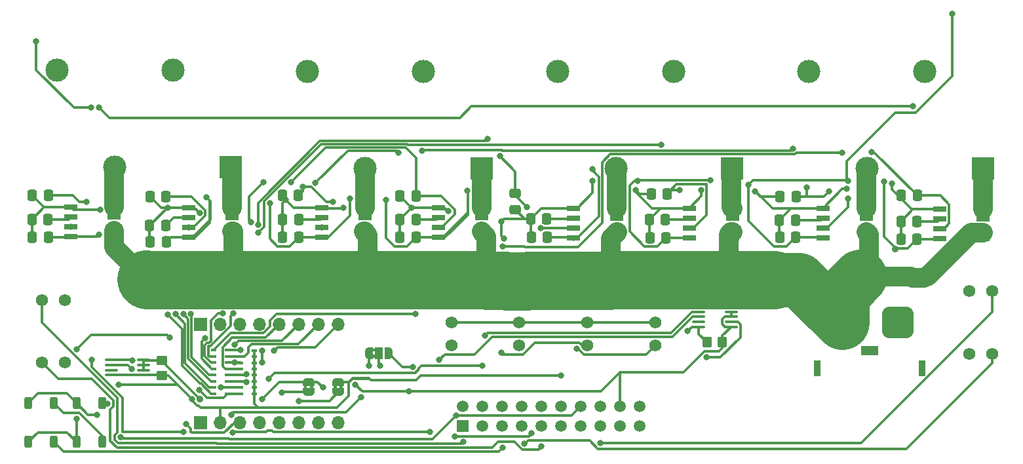
<source format=gbr>
%TF.GenerationSoftware,KiCad,Pcbnew,8.0.3*%
%TF.CreationDate,2025-06-04T03:37:05-07:00*%
%TF.ProjectId,Power_Distribution,506f7765-725f-4446-9973-747269627574,rev?*%
%TF.SameCoordinates,Original*%
%TF.FileFunction,Copper,L1,Top*%
%TF.FilePolarity,Positive*%
%FSLAX46Y46*%
G04 Gerber Fmt 4.6, Leading zero omitted, Abs format (unit mm)*
G04 Created by KiCad (PCBNEW 8.0.3) date 2025-06-04 03:37:05*
%MOMM*%
%LPD*%
G01*
G04 APERTURE LIST*
G04 Aperture macros list*
%AMRoundRect*
0 Rectangle with rounded corners*
0 $1 Rounding radius*
0 $2 $3 $4 $5 $6 $7 $8 $9 X,Y pos of 4 corners*
0 Add a 4 corners polygon primitive as box body*
4,1,4,$2,$3,$4,$5,$6,$7,$8,$9,$2,$3,0*
0 Add four circle primitives for the rounded corners*
1,1,$1+$1,$2,$3*
1,1,$1+$1,$4,$5*
1,1,$1+$1,$6,$7*
1,1,$1+$1,$8,$9*
0 Add four rect primitives between the rounded corners*
20,1,$1+$1,$2,$3,$4,$5,0*
20,1,$1+$1,$4,$5,$6,$7,0*
20,1,$1+$1,$6,$7,$8,$9,0*
20,1,$1+$1,$8,$9,$2,$3,0*%
%AMFreePoly0*
4,1,19,0.500000,-0.750000,0.000000,-0.750000,0.000000,-0.744911,-0.071157,-0.744911,-0.207708,-0.704816,-0.327430,-0.627875,-0.420627,-0.520320,-0.479746,-0.390866,-0.500000,-0.250000,-0.500000,0.250000,-0.479746,0.390866,-0.420627,0.520320,-0.327430,0.627875,-0.207708,0.704816,-0.071157,0.744911,0.000000,0.744911,0.000000,0.750000,0.500000,0.750000,0.500000,-0.750000,0.500000,-0.750000,
$1*%
%AMFreePoly1*
4,1,19,0.000000,0.744911,0.071157,0.744911,0.207708,0.704816,0.327430,0.627875,0.420627,0.520320,0.479746,0.390866,0.500000,0.250000,0.500000,-0.250000,0.479746,-0.390866,0.420627,-0.520320,0.327430,-0.627875,0.207708,-0.704816,0.071157,-0.744911,0.000000,-0.744911,0.000000,-0.750000,-0.500000,-0.750000,-0.500000,0.750000,0.000000,0.750000,0.000000,0.744911,0.000000,0.744911,
$1*%
%AMFreePoly2*
4,1,19,0.550000,-0.750000,0.000000,-0.750000,0.000000,-0.744911,-0.071157,-0.744911,-0.207708,-0.704816,-0.327430,-0.627875,-0.420627,-0.520320,-0.479746,-0.390866,-0.500000,-0.250000,-0.500000,0.250000,-0.479746,0.390866,-0.420627,0.520320,-0.327430,0.627875,-0.207708,0.704816,-0.071157,0.744911,0.000000,0.744911,0.000000,0.750000,0.550000,0.750000,0.550000,-0.750000,0.550000,-0.750000,
$1*%
%AMFreePoly3*
4,1,19,0.000000,0.744911,0.071157,0.744911,0.207708,0.704816,0.327430,0.627875,0.420627,0.520320,0.479746,0.390866,0.500000,0.250000,0.500000,-0.250000,0.479746,-0.390866,0.420627,-0.520320,0.327430,-0.627875,0.207708,-0.704816,0.071157,-0.744911,0.000000,-0.744911,0.000000,-0.750000,-0.550000,-0.750000,-0.550000,0.750000,0.000000,0.750000,0.000000,0.744911,0.000000,0.744911,
$1*%
G04 Aperture macros list end*
%TA.AperFunction,EtchedComponent*%
%ADD10C,0.000000*%
%TD*%
%TA.AperFunction,SMDPad,CuDef*%
%ADD11R,1.750000X0.650000*%
%TD*%
%TA.AperFunction,SMDPad,CuDef*%
%ADD12RoundRect,0.250000X0.337500X0.475000X-0.337500X0.475000X-0.337500X-0.475000X0.337500X-0.475000X0*%
%TD*%
%TA.AperFunction,SMDPad,CuDef*%
%ADD13RoundRect,0.250000X-0.450000X0.350000X-0.450000X-0.350000X0.450000X-0.350000X0.450000X0.350000X0*%
%TD*%
%TA.AperFunction,SMDPad,CuDef*%
%ADD14FreePoly0,90.000000*%
%TD*%
%TA.AperFunction,SMDPad,CuDef*%
%ADD15FreePoly1,90.000000*%
%TD*%
%TA.AperFunction,ComponentPad*%
%ADD16R,0.900000X2.000000*%
%TD*%
%TA.AperFunction,ComponentPad*%
%ADD17RoundRect,1.025000X1.025000X1.025000X-1.025000X1.025000X-1.025000X-1.025000X1.025000X-1.025000X0*%
%TD*%
%TA.AperFunction,ComponentPad*%
%ADD18C,4.100000*%
%TD*%
%TA.AperFunction,ComponentPad*%
%ADD19R,2.300000X1.300000*%
%TD*%
%TA.AperFunction,SMDPad,CuDef*%
%ADD20RoundRect,0.100000X-0.712500X-0.100000X0.712500X-0.100000X0.712500X0.100000X-0.712500X0.100000X0*%
%TD*%
%TA.AperFunction,ComponentPad*%
%ADD21R,3.000000X3.000000*%
%TD*%
%TA.AperFunction,ComponentPad*%
%ADD22C,3.000000*%
%TD*%
%TA.AperFunction,ComponentPad*%
%ADD23R,1.508000X1.508000*%
%TD*%
%TA.AperFunction,ComponentPad*%
%ADD24C,1.508000*%
%TD*%
%TA.AperFunction,SMDPad,CuDef*%
%ADD25RoundRect,0.250000X-0.475000X0.337500X-0.475000X-0.337500X0.475000X-0.337500X0.475000X0.337500X0*%
%TD*%
%TA.AperFunction,ComponentPad*%
%ADD26C,1.574800*%
%TD*%
%TA.AperFunction,SMDPad,CuDef*%
%ADD27RoundRect,0.250000X0.250000X-0.550000X0.250000X0.550000X-0.250000X0.550000X-0.250000X-0.550000X0*%
%TD*%
%TA.AperFunction,SMDPad,CuDef*%
%ADD28R,0.711200X0.457200*%
%TD*%
%TA.AperFunction,ComponentPad*%
%ADD29R,1.700000X1.700000*%
%TD*%
%TA.AperFunction,ComponentPad*%
%ADD30O,1.700000X1.700000*%
%TD*%
%TA.AperFunction,SMDPad,CuDef*%
%ADD31RoundRect,0.250000X0.350000X0.450000X-0.350000X0.450000X-0.350000X-0.450000X0.350000X-0.450000X0*%
%TD*%
%TA.AperFunction,SMDPad,CuDef*%
%ADD32FreePoly2,0.000000*%
%TD*%
%TA.AperFunction,SMDPad,CuDef*%
%ADD33R,1.000000X1.500000*%
%TD*%
%TA.AperFunction,SMDPad,CuDef*%
%ADD34FreePoly3,0.000000*%
%TD*%
%TA.AperFunction,ViaPad*%
%ADD35C,0.800000*%
%TD*%
%TA.AperFunction,ViaPad*%
%ADD36C,0.900000*%
%TD*%
%TA.AperFunction,Conductor*%
%ADD37C,0.304800*%
%TD*%
%TA.AperFunction,Conductor*%
%ADD38C,2.500000*%
%TD*%
%TA.AperFunction,Conductor*%
%ADD39C,7.500000*%
%TD*%
%TA.AperFunction,Conductor*%
%ADD40C,7.000000*%
%TD*%
G04 APERTURE END LIST*
D10*
%TA.AperFunction,EtchedComponent*%
%TO.C,JP2*%
G36*
X122890000Y-104020000D02*
G01*
X122490000Y-104020000D01*
X122490000Y-103520000D01*
X122890000Y-103520000D01*
X122890000Y-104020000D01*
G37*
%TD.AperFunction*%
%TA.AperFunction,EtchedComponent*%
G36*
X123690000Y-104020000D02*
G01*
X123290000Y-104020000D01*
X123290000Y-103520000D01*
X123690000Y-103520000D01*
X123690000Y-104020000D01*
G37*
%TD.AperFunction*%
%TA.AperFunction,EtchedComponent*%
%TO.C,JP1*%
G36*
X119060000Y-104000000D02*
G01*
X118660000Y-104000000D01*
X118660000Y-103500000D01*
X119060000Y-103500000D01*
X119060000Y-104000000D01*
G37*
%TD.AperFunction*%
%TA.AperFunction,EtchedComponent*%
G36*
X119860000Y-104000000D02*
G01*
X119460000Y-104000000D01*
X119460000Y-103500000D01*
X119860000Y-103500000D01*
X119860000Y-104000000D01*
G37*
%TD.AperFunction*%
%TA.AperFunction,EtchedComponent*%
%TO.C,JP3*%
G36*
X127950000Y-99180000D02*
G01*
X127450000Y-99180000D01*
X127450000Y-98780000D01*
X127950000Y-98780000D01*
X127950000Y-99180000D01*
G37*
%TD.AperFunction*%
%TA.AperFunction,EtchedComponent*%
G36*
X127950000Y-99980000D02*
G01*
X127450000Y-99980000D01*
X127450000Y-99580000D01*
X127950000Y-99580000D01*
X127950000Y-99980000D01*
G37*
%TD.AperFunction*%
%TD*%
D11*
%TO.P,IC5,1,IP+_1*%
%TO.N,+BATT*%
X141669200Y-84429600D03*
%TO.P,IC5,2,IP+_2*%
X141669200Y-83159600D03*
%TO.P,IC5,3,IP-_1*%
%TO.N,PWR5*%
X141669200Y-81889600D03*
%TO.P,IC5,4,IP-_2*%
X141669200Y-80619600D03*
%TO.P,IC5,5,GND*%
%TO.N,GND*%
X136069200Y-80619600D03*
%TO.P,IC5,6,FILTER*%
%TO.N,Net-(IC5-FILTER)*%
X136069200Y-81889600D03*
%TO.P,IC5,7,VIOUT*%
%TO.N,VIout5*%
X136069200Y-83159600D03*
%TO.P,IC5,8,VCC*%
%TO.N,5V*%
X136069200Y-84429600D03*
%TD*%
D12*
%TO.P,Cf1,1*%
%TO.N,Net-(IC1-FILTER)*%
X197887500Y-82346800D03*
%TO.P,Cf1,2*%
%TO.N,GND*%
X195812500Y-82346800D03*
%TD*%
D11*
%TO.P,IC7,1,IP+_1*%
%TO.N,+BATT*%
X109372400Y-84378800D03*
%TO.P,IC7,2,IP+_2*%
X109372400Y-83108800D03*
%TO.P,IC7,3,IP-_1*%
%TO.N,PWR7*%
X109372400Y-81838800D03*
%TO.P,IC7,4,IP-_2*%
X109372400Y-80568800D03*
%TO.P,IC7,5,GND*%
%TO.N,GND*%
X103772400Y-80568800D03*
%TO.P,IC7,6,FILTER*%
%TO.N,Net-(IC7-FILTER)*%
X103772400Y-81838800D03*
%TO.P,IC7,7,VIOUT*%
%TO.N,VIout7*%
X103772400Y-83108800D03*
%TO.P,IC7,8,VCC*%
%TO.N,5V*%
X103772400Y-84378800D03*
%TD*%
D13*
%TO.P,R1,1*%
%TO.N,+3.3V*%
X100320000Y-100310000D03*
%TO.P,R1,2*%
%TO.N,GND*%
X100320000Y-102310000D03*
%TD*%
D14*
%TO.P,JP2,1,A*%
%TO.N,COM*%
X123090000Y-104420000D03*
D15*
%TO.P,JP2,2,B*%
%TO.N,GND*%
X123090000Y-103120000D03*
%TD*%
D12*
%TO.P,Cf3,1*%
%TO.N,Net-(IC6-FILTER)*%
X117979100Y-82092800D03*
%TO.P,Cf3,2*%
%TO.N,GND*%
X115904100Y-82092800D03*
%TD*%
D16*
%TO.P,J4,*%
%TO.N,*%
X198520000Y-101380000D03*
X185020000Y-101380000D03*
D17*
%TO.P,J4,1,Pin_1*%
%TO.N,-BATT*%
X195370000Y-95380000D03*
D18*
%TO.P,J4,2,Pin_2*%
%TO.N,+BATT*%
X188170000Y-95380000D03*
D19*
%TO.P,J4,3*%
%TO.N,N/C*%
X191770000Y-99030000D03*
%TD*%
D12*
%TO.P,Cf8,1*%
%TO.N,Net-(IC8-FILTER)*%
X85619500Y-82092800D03*
%TO.P,Cf8,2*%
%TO.N,GND*%
X83544500Y-82092800D03*
%TD*%
D20*
%TO.P,U2,1,SDA*%
%TO.N,SDA*%
X169675000Y-94020000D03*
%TO.P,U2,2,SCL*%
%TO.N,SCL*%
X169675000Y-94670000D03*
%TO.P,U2,3,Alert*%
%TO.N,unconnected-(U2-Alert-Pad3)*%
X169675000Y-95320000D03*
%TO.P,U2,4,GND*%
%TO.N,GND*%
X169675000Y-95970000D03*
%TO.P,U2,5,A2*%
%TO.N,+3.3V*%
X173900000Y-95970000D03*
%TO.P,U2,6,A1*%
%TO.N,GND*%
X173900000Y-95320000D03*
%TO.P,U2,7,A0*%
%TO.N,+3.3V*%
X173900000Y-94670000D03*
%TO.P,U2,8,V_{DD}*%
X173900000Y-94020000D03*
%TD*%
D21*
%TO.P,J6,1,1*%
%TO.N,PWR1*%
X206396000Y-75492000D03*
D22*
%TO.P,J6,2,2*%
%TO.N,-BATT*%
X198896000Y-62992000D03*
%TO.P,J6,3,3*%
%TO.N,PWR2*%
X191396000Y-75492000D03*
%TO.P,J6,4,4*%
%TO.N,-BATT*%
X183896000Y-62992000D03*
%TD*%
D12*
%TO.P,Cb6,1*%
%TO.N,5V*%
X165447800Y-84480400D03*
%TO.P,Cb6,2*%
%TO.N,GND*%
X163372800Y-84480400D03*
%TD*%
D23*
%TO.P,J18,1,1*%
%TO.N,PWM0*%
X139190000Y-108750000D03*
D24*
%TO.P,J18,2,2*%
%TO.N,SCL*%
X139190000Y-106210000D03*
%TO.P,J18,3,3*%
%TO.N,PWM1*%
X141730000Y-108750000D03*
%TO.P,J18,4,4*%
%TO.N,SDA*%
X141730000Y-106210000D03*
%TO.P,J18,5,5*%
%TO.N,PWM2*%
X144270000Y-108750000D03*
%TO.P,J18,6,6*%
%TO.N,toNEO_CTRL_MOOD*%
X144270000Y-106210000D03*
%TO.P,J18,7,7*%
%TO.N,PWM3*%
X146810000Y-108750000D03*
%TO.P,J18,8,8*%
%TO.N,outNEO_CTRL_MOOD*%
X146810000Y-106210000D03*
%TO.P,J18,9,9*%
%TO.N,PWM4*%
X149350000Y-108750000D03*
%TO.P,J18,10,10*%
%TO.N,unconnected-(J18-Pad10)*%
X149350000Y-106210000D03*
%TO.P,J18,11,11*%
%TO.N,PWM5*%
X151890000Y-108750000D03*
%TO.P,J18,12,12*%
%TO.N,GND*%
X151890000Y-106210000D03*
%TO.P,J18,13,13*%
%TO.N,PWM6*%
X154430000Y-108750000D03*
%TO.P,J18,14,14*%
%TO.N,5V*%
X154430000Y-106210000D03*
%TO.P,J18,15,15*%
%TO.N,PWM7*%
X156970000Y-108750000D03*
%TO.P,J18,16,16*%
%TO.N,5V*%
X156970000Y-106210000D03*
%TO.P,J18,17,17*%
%TO.N,unconnected-(J18-Pad17)*%
X159510000Y-108750000D03*
%TO.P,J18,18,18*%
%TO.N,+3.3V*%
X159510000Y-106210000D03*
%TO.P,J18,19,19*%
%TO.N,unconnected-(J18-Pad19)*%
X162050000Y-108750000D03*
%TO.P,J18,20,20*%
%TO.N,GND*%
X162050000Y-106210000D03*
%TD*%
D12*
%TO.P,Cf11,1*%
%TO.N,VIout3*%
X165617500Y-78790000D03*
%TO.P,Cf11,2*%
%TO.N,GND*%
X163542500Y-78790000D03*
%TD*%
D25*
%TO.P,Cf12,1*%
%TO.N,VIout4*%
X146000000Y-78762500D03*
%TO.P,Cf12,2*%
%TO.N,GND*%
X146000000Y-80837500D03*
%TD*%
D12*
%TO.P,Cb2,1*%
%TO.N,5V*%
X182211800Y-84429600D03*
%TO.P,Cb2,2*%
%TO.N,GND*%
X180136800Y-84429600D03*
%TD*%
%TO.P,Cb1,1*%
%TO.N,5V*%
X197887500Y-84632800D03*
%TO.P,Cb1,2*%
%TO.N,GND*%
X195812500Y-84632800D03*
%TD*%
%TO.P,Cf7,1*%
%TO.N,Net-(IC4-FILTER)*%
X150033900Y-82042000D03*
%TO.P,Cf7,2*%
%TO.N,GND*%
X147958900Y-82042000D03*
%TD*%
D26*
%TO.P,J15,1,1*%
%TO.N,PWM6*%
X164060000Y-98389999D03*
%TO.P,J15,2,2*%
%TO.N,GND*%
X164060000Y-95390000D03*
%TD*%
D11*
%TO.P,IC6,1,IP+_1*%
%TO.N,+BATT*%
X126581600Y-84429600D03*
%TO.P,IC6,2,IP+_2*%
X126581600Y-83159600D03*
%TO.P,IC6,3,IP-_1*%
%TO.N,PWR6*%
X126581600Y-81889600D03*
%TO.P,IC6,4,IP-_2*%
X126581600Y-80619600D03*
%TO.P,IC6,5,GND*%
%TO.N,GND*%
X120981600Y-80619600D03*
%TO.P,IC6,6,FILTER*%
%TO.N,Net-(IC6-FILTER)*%
X120981600Y-81889600D03*
%TO.P,IC6,7,VIOUT*%
%TO.N,VIout6*%
X120981600Y-83159600D03*
%TO.P,IC6,8,VCC*%
%TO.N,5V*%
X120981600Y-84429600D03*
%TD*%
D26*
%TO.P,J10,1,1*%
%TO.N,PWM0*%
X84800000Y-92550000D03*
%TO.P,J10,2,2*%
%TO.N,GND*%
X87799999Y-92550000D03*
%TD*%
D11*
%TO.P,IC4,1,IP+_1*%
%TO.N,+BATT*%
X159054800Y-84480400D03*
%TO.P,IC4,2,IP+_2*%
X159054800Y-83210400D03*
%TO.P,IC4,3,IP-_1*%
%TO.N,PWR4*%
X159054800Y-81940400D03*
%TO.P,IC4,4,IP-_2*%
X159054800Y-80670400D03*
%TO.P,IC4,5,GND*%
%TO.N,GND*%
X153454800Y-80670400D03*
%TO.P,IC4,6,FILTER*%
%TO.N,Net-(IC4-FILTER)*%
X153454800Y-81940400D03*
%TO.P,IC4,7,VIOUT*%
%TO.N,VIout4*%
X153454800Y-83210400D03*
%TO.P,IC4,8,VCC*%
%TO.N,5V*%
X153454800Y-84480400D03*
%TD*%
D12*
%TO.P,Cb7,1*%
%TO.N,5V*%
X150135500Y-84378800D03*
%TO.P,Cb7,2*%
%TO.N,GND*%
X148060500Y-84378800D03*
%TD*%
D14*
%TO.P,JP1,1,A*%
%TO.N,REF*%
X119260000Y-104400000D03*
D15*
%TO.P,JP1,2,B*%
%TO.N,+3.3V*%
X119260000Y-103100000D03*
%TD*%
D12*
%TO.P,Cf14,1*%
%TO.N,VIout6*%
X117962500Y-79025000D03*
%TO.P,Cf14,2*%
%TO.N,GND*%
X115887500Y-79025000D03*
%TD*%
%TO.P,Cf2,1*%
%TO.N,Net-(IC2-FILTER)*%
X182190300Y-82194400D03*
%TO.P,Cf2,2*%
%TO.N,GND*%
X180115300Y-82194400D03*
%TD*%
D27*
%TO.P,LED1,1,VSS*%
%TO.N,GND*%
X83060000Y-110850000D03*
%TO.P,LED1,2,DIN*%
%TO.N,toNEO_CTRL_MOOD*%
X86360000Y-110850000D03*
%TO.P,LED1,3,VDD*%
%TO.N,5V*%
X83060000Y-105850000D03*
%TO.P,LED1,4,DOUT*%
%TO.N,Net-(LED1-DOUT)*%
X86360000Y-105850000D03*
%TD*%
D28*
%TO.P,R3,1*%
%TO.N,VIout1*%
X107012700Y-99001201D03*
%TO.P,R3,2*%
%TO.N,VIout2*%
X107012700Y-99801201D03*
%TO.P,R3,3*%
%TO.N,VIout3*%
X107012700Y-100601200D03*
%TO.P,R3,4*%
%TO.N,VIout4*%
X107012700Y-101401201D03*
%TO.P,R3,5*%
%TO.N,VIout5*%
X107012700Y-102201199D03*
%TO.P,R3,6*%
%TO.N,VIout6*%
X107012700Y-103001200D03*
%TO.P,R3,7*%
%TO.N,VIout7*%
X107012700Y-103801201D03*
%TO.P,R3,8*%
%TO.N,VIout8*%
X107012700Y-104601199D03*
%TO.P,R3,9*%
%TO.N,VIout8Div*%
X108816100Y-104601199D03*
%TO.P,R3,10*%
%TO.N,VIout7Div*%
X108816100Y-103801199D03*
%TO.P,R3,11*%
%TO.N,VIout6Div*%
X108816100Y-103001200D03*
%TO.P,R3,12*%
%TO.N,VIout5Div*%
X108816100Y-102201199D03*
%TO.P,R3,13*%
%TO.N,VIout4Div*%
X108816100Y-101401201D03*
%TO.P,R3,14*%
%TO.N,VIout3Div*%
X108816100Y-100601200D03*
%TO.P,R3,15*%
%TO.N,VIout2Div*%
X108816100Y-99801199D03*
%TO.P,R3,16*%
%TO.N,VIout1Div*%
X108816100Y-99001201D03*
%TD*%
D21*
%TO.P,J2,1,1*%
%TO.N,PWR5*%
X141612000Y-75492000D03*
D22*
%TO.P,J2,2,2*%
%TO.N,-BATT*%
X134112000Y-62992000D03*
%TO.P,J2,3,3*%
%TO.N,PWR6*%
X126612000Y-75492000D03*
%TO.P,J2,4,4*%
%TO.N,-BATT*%
X119112000Y-62992000D03*
%TD*%
D26*
%TO.P,J17,1,1*%
%TO.N,PWM7*%
X207619999Y-91380000D03*
%TO.P,J17,2,2*%
%TO.N,GND*%
X204620000Y-91380000D03*
%TD*%
D12*
%TO.P,Cf13,1*%
%TO.N,VIout5*%
X133137500Y-79075000D03*
%TO.P,Cf13,2*%
%TO.N,GND*%
X131062500Y-79075000D03*
%TD*%
D26*
%TO.P,J16,1,1*%
%TO.N,PWM3*%
X207619999Y-99510000D03*
%TO.P,J16,2,2*%
%TO.N,GND*%
X204620000Y-99510000D03*
%TD*%
D29*
%TO.P,J9,1,Pin_1*%
%TO.N,VIout8Div*%
X105290000Y-95632000D03*
D30*
%TO.P,J9,2,Pin_2*%
%TO.N,VIout7Div*%
X107830000Y-95632000D03*
%TO.P,J9,3,Pin_3*%
%TO.N,VIout6Div*%
X110370000Y-95632000D03*
%TO.P,J9,4,Pin_4*%
%TO.N,VIout5Div*%
X112910000Y-95632000D03*
%TO.P,J9,5,Pin_5*%
%TO.N,VIout4Div*%
X115450000Y-95632000D03*
%TO.P,J9,6,Pin_6*%
%TO.N,VIout3Div*%
X117990000Y-95632000D03*
%TO.P,J9,7,Pin_7*%
%TO.N,VIout2Div*%
X120530000Y-95632000D03*
%TO.P,J9,8,Pin_8*%
%TO.N,VIout1Div*%
X123070000Y-95632000D03*
%TD*%
D27*
%TO.P,LED2,1,VSS*%
%TO.N,GND*%
X89290000Y-110850000D03*
%TO.P,LED2,2,DIN*%
%TO.N,Net-(LED1-DOUT)*%
X92590000Y-110850000D03*
%TO.P,LED2,3,VDD*%
%TO.N,5V*%
X89290000Y-105850000D03*
%TO.P,LED2,4,DOUT*%
%TO.N,Net-(LED2-DOUT)*%
X92590000Y-105850000D03*
%TD*%
D12*
%TO.P,Cf10,1*%
%TO.N,VIout2*%
X182270000Y-79140000D03*
%TO.P,Cf10,2*%
%TO.N,GND*%
X180195000Y-79140000D03*
%TD*%
%TO.P,Cb8,1*%
%TO.N,5V*%
X85641000Y-84378800D03*
%TO.P,Cb8,2*%
%TO.N,GND*%
X83566000Y-84378800D03*
%TD*%
D20*
%TO.P,U1,1,SDA*%
%TO.N,SDA*%
X93767500Y-100260000D03*
%TO.P,U1,2,SCL*%
%TO.N,SCL*%
X93767500Y-100910000D03*
%TO.P,U1,3,Alert*%
%TO.N,unconnected-(U1-Alert-Pad3)*%
X93767500Y-101560000D03*
%TO.P,U1,4,GND*%
%TO.N,GND*%
X93767500Y-102210000D03*
%TO.P,U1,5,A2*%
X97992500Y-102210000D03*
%TO.P,U1,6,A1*%
%TO.N,+3.3V*%
X97992500Y-101560000D03*
%TO.P,U1,7,A0*%
X97992500Y-100910000D03*
%TO.P,U1,8,V_{DD}*%
X97992500Y-100260000D03*
%TD*%
D12*
%TO.P,Cb5,1*%
%TO.N,5V*%
X133139000Y-84378800D03*
%TO.P,Cb5,2*%
%TO.N,GND*%
X131064000Y-84378800D03*
%TD*%
D11*
%TO.P,IC2,1,IP+_1*%
%TO.N,+BATT*%
X191351600Y-84480400D03*
%TO.P,IC2,2,IP+_2*%
X191351600Y-83210400D03*
%TO.P,IC2,3,IP-_1*%
%TO.N,PWR2*%
X191351600Y-81940400D03*
%TO.P,IC2,4,IP-_2*%
X191351600Y-80670400D03*
%TO.P,IC2,5,GND*%
%TO.N,GND*%
X185751600Y-80670400D03*
%TO.P,IC2,6,FILTER*%
%TO.N,Net-(IC2-FILTER)*%
X185751600Y-81940400D03*
%TO.P,IC2,7,VIOUT*%
%TO.N,VIout2*%
X185751600Y-83210400D03*
%TO.P,IC2,8,VCC*%
%TO.N,5V*%
X185751600Y-84480400D03*
%TD*%
D12*
%TO.P,Cf4,1*%
%TO.N,Net-(IC7-FILTER)*%
X100808700Y-82905600D03*
%TO.P,Cf4,2*%
%TO.N,GND*%
X98733700Y-82905600D03*
%TD*%
%TO.P,Cf15,1*%
%TO.N,VIout7*%
X100837500Y-79125000D03*
%TO.P,Cf15,2*%
%TO.N,GND*%
X98762500Y-79125000D03*
%TD*%
D11*
%TO.P,IC1,1,IP+_1*%
%TO.N,+BATT*%
X206451200Y-84582000D03*
%TO.P,IC1,2,IP+_2*%
X206451200Y-83312000D03*
%TO.P,IC1,3,IP-_1*%
%TO.N,PWR1*%
X206451200Y-82042000D03*
%TO.P,IC1,4,IP-_2*%
X206451200Y-80772000D03*
%TO.P,IC1,5,GND*%
%TO.N,GND*%
X200851200Y-80772000D03*
%TO.P,IC1,6,FILTER*%
%TO.N,Net-(IC1-FILTER)*%
X200851200Y-82042000D03*
%TO.P,IC1,7,VIOUT*%
%TO.N,VIout1*%
X200851200Y-83312000D03*
%TO.P,IC1,8,VCC*%
%TO.N,5V*%
X200851200Y-84582000D03*
%TD*%
D12*
%TO.P,Cf16,1*%
%TO.N,VIout8*%
X85637500Y-79000000D03*
%TO.P,Cf16,2*%
%TO.N,GND*%
X83562500Y-79000000D03*
%TD*%
D26*
%TO.P,J14,1,1*%
%TO.N,PWM2*%
X155284400Y-98399999D03*
%TO.P,J14,2,2*%
%TO.N,GND*%
X155284400Y-95400000D03*
%TD*%
D21*
%TO.P,J1,1,1*%
%TO.N,PWR3*%
X173985600Y-75492000D03*
D22*
%TO.P,J1,2,2*%
%TO.N,-BATT*%
X166485600Y-62992000D03*
%TO.P,J1,3,3*%
%TO.N,PWR4*%
X158985600Y-75492000D03*
%TO.P,J1,4,4*%
%TO.N,-BATT*%
X151485600Y-62992000D03*
%TD*%
D26*
%TO.P,J11,1,1*%
%TO.N,PWM4*%
X84800000Y-100590000D03*
%TO.P,J11,2,2*%
%TO.N,GND*%
X87799999Y-100590000D03*
%TD*%
D31*
%TO.P,R2,1*%
%TO.N,+3.3V*%
X172750000Y-97980000D03*
%TO.P,R2,2*%
%TO.N,GND*%
X170750000Y-97980000D03*
%TD*%
D12*
%TO.P,Cf9,1*%
%TO.N,VIout1*%
X197920000Y-79000000D03*
%TO.P,Cf9,2*%
%TO.N,GND*%
X195845000Y-79000000D03*
%TD*%
D11*
%TO.P,IC8,1,IP+_1*%
%TO.N,+BATT*%
X94171200Y-84328000D03*
%TO.P,IC8,2,IP+_2*%
X94171200Y-83058000D03*
%TO.P,IC8,3,IP-_1*%
%TO.N,PWR8*%
X94171200Y-81788000D03*
%TO.P,IC8,4,IP-_2*%
X94171200Y-80518000D03*
%TO.P,IC8,5,GND*%
%TO.N,GND*%
X88571200Y-80518000D03*
%TO.P,IC8,6,FILTER*%
%TO.N,Net-(IC8-FILTER)*%
X88571200Y-81788000D03*
%TO.P,IC8,7,VIOUT*%
%TO.N,VIout8*%
X88571200Y-83058000D03*
%TO.P,IC8,8,VCC*%
%TO.N,5V*%
X88571200Y-84328000D03*
%TD*%
D12*
%TO.P,Cb3,1*%
%TO.N,5V*%
X117979100Y-84378800D03*
%TO.P,Cb3,2*%
%TO.N,GND*%
X115904100Y-84378800D03*
%TD*%
D32*
%TO.P,JP3,1,A*%
%TO.N,Net-(J3-Pin_1)*%
X127050000Y-99380000D03*
D33*
%TO.P,JP3,2,C*%
%TO.N,+3.3V*%
X128350000Y-99380000D03*
D34*
%TO.P,JP3,3,B*%
%TO.N,5V*%
X129650000Y-99380000D03*
%TD*%
D28*
%TO.P,R4,1*%
%TO.N,VIout1Div*%
X110464600Y-99022002D03*
%TO.P,R4,2*%
%TO.N,VIout2Div*%
X110464600Y-99822002D03*
%TO.P,R4,3*%
%TO.N,VIout3Div*%
X110464600Y-100622001D03*
%TO.P,R4,4*%
%TO.N,VIout4Div*%
X110464600Y-101422002D03*
%TO.P,R4,5*%
%TO.N,VIout5Div*%
X110464600Y-102222000D03*
%TO.P,R4,6*%
%TO.N,VIout6Div*%
X110464600Y-103022001D03*
%TO.P,R4,7*%
%TO.N,VIout7Div*%
X110464600Y-103822002D03*
%TO.P,R4,8*%
%TO.N,VIout8Div*%
X110464600Y-104622000D03*
%TO.P,R4,9*%
%TO.N,GND*%
X112268000Y-104622000D03*
%TO.P,R4,10*%
X112268000Y-103822000D03*
%TO.P,R4,11*%
X112268000Y-103022001D03*
%TO.P,R4,12*%
X112268000Y-102222000D03*
%TO.P,R4,13*%
X112268000Y-101422002D03*
%TO.P,R4,14*%
X112268000Y-100622001D03*
%TO.P,R4,15*%
X112268000Y-99822000D03*
%TO.P,R4,16*%
X112268000Y-99022002D03*
%TD*%
D11*
%TO.P,IC3,1,IP+_1*%
%TO.N,+BATT*%
X174040800Y-84480400D03*
%TO.P,IC3,2,IP+_2*%
X174040800Y-83210400D03*
%TO.P,IC3,3,IP-_1*%
%TO.N,PWR3*%
X174040800Y-81940400D03*
%TO.P,IC3,4,IP-_2*%
X174040800Y-80670400D03*
%TO.P,IC3,5,GND*%
%TO.N,GND*%
X168440800Y-80670400D03*
%TO.P,IC3,6,FILTER*%
%TO.N,Net-(IC3-FILTER)*%
X168440800Y-81940400D03*
%TO.P,IC3,7,VIOUT*%
%TO.N,VIout3*%
X168440800Y-83210400D03*
%TO.P,IC3,8,VCC*%
%TO.N,5V*%
X168440800Y-84480400D03*
%TD*%
D12*
%TO.P,Cb4,1*%
%TO.N,5V*%
X100881000Y-85039200D03*
%TO.P,Cb4,2*%
%TO.N,GND*%
X98806000Y-85039200D03*
%TD*%
%TO.P,Cf5,1*%
%TO.N,Net-(IC5-FILTER)*%
X133139000Y-82143600D03*
%TO.P,Cf5,2*%
%TO.N,GND*%
X131064000Y-82143600D03*
%TD*%
D26*
%TO.P,J13,1,1*%
%TO.N,PWM5*%
X146508800Y-98399999D03*
%TO.P,J13,2,2*%
%TO.N,GND*%
X146508800Y-95400000D03*
%TD*%
%TO.P,J12,1,1*%
%TO.N,PWM1*%
X137733200Y-98399999D03*
%TO.P,J12,2,2*%
%TO.N,GND*%
X137733200Y-95400000D03*
%TD*%
D21*
%TO.P,J7,1,1*%
%TO.N,PWR7*%
X109252400Y-75339600D03*
D22*
%TO.P,J7,2,2*%
%TO.N,-BATT*%
X101752400Y-62839600D03*
%TO.P,J7,3,3*%
%TO.N,PWR8*%
X94252400Y-75339600D03*
%TO.P,J7,4,4*%
%TO.N,-BATT*%
X86752400Y-62839600D03*
%TD*%
D12*
%TO.P,Cf6,1*%
%TO.N,Net-(IC3-FILTER)*%
X165375500Y-82143600D03*
%TO.P,Cf6,2*%
%TO.N,GND*%
X163300500Y-82143600D03*
%TD*%
D29*
%TO.P,J3,1,Pin_1*%
%TO.N,Net-(J3-Pin_1)*%
X105290000Y-108332000D03*
D30*
%TO.P,J3,2,Pin_2*%
%TO.N,GND*%
X107830000Y-108332000D03*
%TO.P,J3,3,Pin_3*%
%TO.N,SCL*%
X110370000Y-108332000D03*
%TO.P,J3,4,Pin_4*%
%TO.N,SDA*%
X112910000Y-108332000D03*
%TO.P,J3,5,Pin_5*%
%TO.N,REF*%
X115450000Y-108332000D03*
%TO.P,J3,6,Pin_6*%
%TO.N,COM*%
X117990000Y-108332000D03*
%TO.P,J3,7,Pin_7*%
%TO.N,AD0*%
X120530000Y-108332000D03*
%TO.P,J3,8,Pin_8*%
%TO.N,AD1*%
X123070000Y-108332000D03*
%TD*%
D35*
%TO.N,GND*%
X168230000Y-96520000D03*
X132588000Y-80619600D03*
X188767018Y-78182542D03*
X105218600Y-81276111D03*
X104184026Y-105305186D03*
X155992318Y-77107013D03*
X176977200Y-78497200D03*
X123802800Y-80578167D03*
X161515600Y-78296545D03*
X151890000Y-102280000D03*
X101070500Y-80568800D03*
X144510401Y-84557258D03*
X94780000Y-103480000D03*
X89360000Y-98900000D03*
X170750000Y-97980000D03*
X170006800Y-78328190D03*
X170720000Y-99917300D03*
X92334823Y-80830000D03*
X101356800Y-97372912D03*
X195812500Y-84632800D03*
X144160000Y-82390000D03*
X194606842Y-77481444D03*
X89300000Y-107880000D03*
X116328769Y-79571069D03*
X137305515Y-81039872D03*
%TO.N,5V*%
X138362100Y-107400567D03*
X114317366Y-79992366D03*
X129275000Y-79600000D03*
X94968836Y-110257249D03*
X161820000Y-77110000D03*
X91911132Y-107321132D03*
X106066146Y-79271341D03*
X188990365Y-77122626D03*
X193650000Y-77180000D03*
X139780000Y-78360000D03*
D36*
X195047404Y-85903266D03*
D35*
X155984400Y-75570034D03*
X150135500Y-84378800D03*
X171206565Y-77014831D03*
X202450000Y-55560000D03*
X92170000Y-84100000D03*
X132740000Y-101150000D03*
X100881000Y-85039200D03*
X124660000Y-79440000D03*
X176120000Y-77610000D03*
%TO.N,VIout1*%
X133110000Y-94310000D03*
X192010000Y-73360000D03*
X144360000Y-85560000D03*
X188210000Y-73460000D03*
%TO.N,VIout2*%
X186520000Y-78490000D03*
X120140000Y-77380000D03*
X183670000Y-77930000D03*
X133900000Y-73190000D03*
X181850000Y-72970000D03*
X130930000Y-73493200D03*
X189010000Y-79420000D03*
X109560000Y-94250000D03*
%TO.N,VIout3*%
X108190627Y-94227558D03*
X112787988Y-83842483D03*
X167250000Y-78350000D03*
X164820000Y-72490000D03*
%TO.N,VIout4*%
X142420000Y-71740000D03*
X147475000Y-80500000D03*
X105871944Y-97446159D03*
X112750000Y-82840000D03*
X143980000Y-73880000D03*
X149255905Y-83244957D03*
%TO.N,VIout5*%
X116980081Y-77300081D03*
X113430000Y-77310000D03*
X111822541Y-82457594D03*
X104087072Y-94282302D03*
%TO.N,VIout6*%
X103084871Y-94327124D03*
X120981600Y-83159600D03*
X118540262Y-77925262D03*
X122400000Y-79825000D03*
%TO.N,VIout7*%
X103772400Y-83108800D03*
X102081700Y-94335124D03*
%TO.N,VIout8*%
X90600000Y-79800000D03*
X88571200Y-83058000D03*
X101080000Y-94390000D03*
%TO.N,SDA*%
X114086672Y-102675600D03*
X96480000Y-100340000D03*
X141730000Y-101020000D03*
X142080000Y-97080000D03*
%TO.N,COM*%
X118040000Y-105550000D03*
%TO.N,SCL*%
X96460000Y-101450000D03*
X136168312Y-100238800D03*
X103490000Y-108550000D03*
%TO.N,REF*%
X115845600Y-104513697D03*
%TO.N,PWM0*%
X139302040Y-110860400D03*
%TO.N,PWM4*%
X149390000Y-111440000D03*
%TO.N,PWM2*%
X144141043Y-99288999D03*
%TO.N,PWM6*%
X153942684Y-98794420D03*
%TO.N,PWM3*%
X147175586Y-111077895D03*
%TO.N,PWM7*%
X156980000Y-110990000D03*
%TO.N,+3.3V*%
X121125000Y-103825000D03*
D36*
X105238171Y-105287357D03*
D35*
X113252418Y-105294476D03*
X132260000Y-104325600D03*
X128500000Y-101020000D03*
X125311800Y-103431704D03*
%TO.N,Net-(J3-Pin_1)*%
X127080000Y-101020000D03*
X126040000Y-105090000D03*
X109275223Y-107368800D03*
%TO.N,VIout5Div*%
X113284000Y-100584000D03*
X111252000Y-102108000D03*
X113284000Y-99060000D03*
%TO.N,Net-(LED2-DOUT)*%
X93279964Y-105952300D03*
X197333052Y-67490000D03*
X92220000Y-67650000D03*
%TO.N,VIout7Div*%
X107968302Y-103766000D03*
%TO.N,VIout6Div*%
X111252000Y-103124000D03*
%TO.N,VIout1Div*%
X114808000Y-99060000D03*
X110464600Y-98993400D03*
%TO.N,VIout8Div*%
X105156000Y-104140000D03*
%TO.N,VIout3Div*%
X109728000Y-98298000D03*
X109728000Y-100601200D03*
%TO.N,outNEO_CTRL_MOOD*%
X91240000Y-100250000D03*
X109435287Y-109647819D03*
X91190000Y-67660000D03*
X103120000Y-109530000D03*
X134924400Y-109534400D03*
X148110000Y-109720000D03*
X138210000Y-110180000D03*
X84080000Y-59070000D03*
%TO.N,toNEO_CTRL_MOOD*%
X144357360Y-111577815D03*
%TD*%
D37*
%TO.N,GND*%
X124554924Y-103120000D02*
X124998820Y-102676104D01*
X197183264Y-80772000D02*
X194606842Y-78195578D01*
X174712499Y-95320000D02*
X175064900Y-95672401D01*
X155334999Y-95450599D02*
X163999401Y-95450599D01*
X131064000Y-82143600D02*
X131064000Y-84378800D01*
X105073397Y-106194557D02*
X104862396Y-106194557D01*
X149330500Y-80670400D02*
X153454800Y-80670400D01*
X117377300Y-80619600D02*
X116328769Y-79571069D01*
X181639300Y-80670400D02*
X185751600Y-80670400D01*
X133564936Y-102432800D02*
X133137736Y-102860000D01*
X85119300Y-80518000D02*
X83544500Y-82092800D01*
X122911552Y-106407200D02*
X112730000Y-106407200D01*
X107830000Y-106480000D02*
X107830000Y-108332000D01*
X181639300Y-80670400D02*
X179230406Y-80670400D01*
X101070500Y-80568800D02*
X98733700Y-82905600D01*
X89290000Y-110850000D02*
X89290000Y-107890000D01*
X93767500Y-102210000D02*
X97992500Y-102210000D01*
X172471550Y-99917300D02*
X170720000Y-99917300D01*
X195812500Y-82346800D02*
X197387300Y-80772000D01*
X146559399Y-95450599D02*
X155233801Y-95450599D01*
X147958900Y-82042000D02*
X144508000Y-82042000D01*
X100320000Y-102310000D02*
X101188840Y-102310000D01*
X136935643Y-80670000D02*
X137305515Y-81039872D01*
X88571200Y-80518000D02*
X88883200Y-80830000D01*
X104862396Y-106194557D02*
X104184026Y-105516187D01*
X179230406Y-80670400D02*
X177057206Y-78497200D01*
X115904100Y-82092800D02*
X115904100Y-79995738D01*
X177057206Y-78497200D02*
X176977200Y-78497200D01*
X163300500Y-82143600D02*
X163300500Y-84408100D01*
X137783799Y-95450599D02*
X146458201Y-95450599D01*
X124454600Y-104864152D02*
X122911552Y-106407200D01*
X123698767Y-80682200D02*
X123802800Y-80578167D01*
X169675000Y-96905000D02*
X170750000Y-97980000D01*
X84314000Y-109596000D02*
X88036000Y-109596000D01*
X121044200Y-80682200D02*
X123698767Y-80682200D01*
X124998820Y-102676104D02*
X127146104Y-102676104D01*
X136119600Y-80670000D02*
X136935643Y-80670000D01*
X144160000Y-84206857D02*
X144510401Y-84557258D01*
X127146104Y-102676104D02*
X127330000Y-102860000D01*
X127044504Y-102574504D02*
X124956736Y-102574504D01*
X112268000Y-99022002D02*
X112268000Y-105945200D01*
X164773700Y-80670400D02*
X163637162Y-80670400D01*
X163542500Y-78790000D02*
X162009055Y-78790000D01*
X133137736Y-102860000D02*
X127330000Y-102860000D01*
X112730000Y-106407200D02*
X112713200Y-106424000D01*
X155992318Y-78682882D02*
X155992318Y-77107013D01*
X180195000Y-79140000D02*
X177620000Y-79140000D01*
X100206300Y-80568800D02*
X101070500Y-80568800D01*
X170006800Y-79104400D02*
X170006800Y-78328190D01*
X112713200Y-106424000D02*
X105302840Y-106424000D01*
X105302840Y-106424000D02*
X105073397Y-106194557D01*
X97992500Y-102210000D02*
X100220000Y-102210000D01*
X161515600Y-78548838D02*
X161515600Y-78296545D01*
X83544500Y-82092800D02*
X83544500Y-84357300D01*
X83601300Y-79000000D02*
X85119300Y-80518000D01*
X169675000Y-95970000D02*
X168780000Y-95970000D01*
X194606842Y-78195578D02*
X194606842Y-77481444D01*
X89360000Y-98900000D02*
X91223567Y-97036433D01*
X147958900Y-82042000D02*
X149330500Y-80670400D01*
X91223567Y-97036433D02*
X101020321Y-97036433D01*
X175064900Y-95672401D02*
X175064900Y-97323950D01*
X112268000Y-105945200D02*
X112730000Y-106407200D01*
X98733700Y-82905600D02*
X98733700Y-84966900D01*
X151890000Y-102280000D02*
X133747736Y-102280000D01*
X101188840Y-102310000D02*
X104184026Y-105305186D01*
X89290000Y-107890000D02*
X89300000Y-107880000D01*
X169675000Y-95970000D02*
X169675000Y-96905000D01*
X83060000Y-110850000D02*
X84314000Y-109596000D01*
X101020321Y-97036433D02*
X101356800Y-97372912D01*
X185751600Y-80670400D02*
X188239458Y-78182542D01*
X88036000Y-109596000D02*
X89290000Y-110850000D01*
X132588000Y-80619600D02*
X131064000Y-82143600D01*
X104511289Y-80568800D02*
X105218600Y-81276111D01*
X120981600Y-80619600D02*
X117377300Y-80619600D01*
X177620000Y-79140000D02*
X176977200Y-78497200D01*
X180115300Y-82194400D02*
X180115300Y-84408100D01*
X133594936Y-102432800D02*
X133564936Y-102432800D01*
X103772400Y-80568800D02*
X104511289Y-80568800D01*
X88883200Y-80830000D02*
X92334823Y-80830000D01*
X163300500Y-82143600D02*
X164773700Y-80670400D01*
X136069200Y-80619600D02*
X132588000Y-80619600D01*
X180115300Y-82194400D02*
X181639300Y-80670400D01*
X164773700Y-80670400D02*
X168440800Y-80670400D01*
X147204500Y-82042000D02*
X146000000Y-80837500D01*
X102358840Y-103480000D02*
X104184026Y-105305186D01*
X98762500Y-79125000D02*
X100206300Y-80568800D01*
X88571200Y-80518000D02*
X85119300Y-80518000D01*
X188239458Y-78182542D02*
X188767018Y-78182542D01*
X147958900Y-82042000D02*
X147958900Y-84277200D01*
X195812500Y-82346800D02*
X195812500Y-84632800D01*
X154004800Y-80670400D02*
X155992318Y-78682882D01*
X103772400Y-80568800D02*
X101070500Y-80568800D01*
X124956736Y-102574504D02*
X124454600Y-103076640D01*
X104184026Y-105516187D02*
X104184026Y-105305186D01*
X173900000Y-95320000D02*
X174712499Y-95320000D01*
X162009055Y-78790000D02*
X161515600Y-78296545D01*
X94780000Y-103480000D02*
X102358840Y-103480000D01*
X127330000Y-102860000D02*
X127044504Y-102574504D01*
X168440800Y-80670400D02*
X170006800Y-79104400D01*
X133747736Y-102280000D02*
X133594936Y-102432800D01*
X144508000Y-82042000D02*
X144160000Y-82390000D01*
X131062500Y-79094100D02*
X132588000Y-80619600D01*
X124454600Y-103076640D02*
X124454600Y-104864152D01*
X197387300Y-80772000D02*
X197183264Y-80772000D01*
X175064900Y-97323950D02*
X172471550Y-99917300D01*
X197387300Y-80772000D02*
X200851200Y-80772000D01*
X163637162Y-80670400D02*
X161515600Y-78548838D01*
X147958900Y-82042000D02*
X147204500Y-82042000D01*
X144160000Y-82390000D02*
X144160000Y-84206857D01*
X123090000Y-103120000D02*
X124554924Y-103120000D01*
X115904100Y-79995738D02*
X116328769Y-79571069D01*
X115904100Y-82092800D02*
X115904100Y-84378800D01*
X168780000Y-95970000D02*
X168230000Y-96520000D01*
X115887500Y-79129800D02*
X116328769Y-79571069D01*
%TO.N,5V*%
X156767600Y-81717600D02*
X156767600Y-76581495D01*
X121819600Y-84429600D02*
X120981600Y-84429600D01*
X139830000Y-81218800D02*
X139830000Y-79580000D01*
X156235200Y-75820834D02*
X155984400Y-75570034D01*
X188990365Y-77122626D02*
X188940539Y-77072800D01*
X195058420Y-68344000D02*
X197686791Y-68344000D01*
X117979100Y-84378800D02*
X116800100Y-85557800D01*
X116800100Y-85557800D02*
X115268066Y-85557800D01*
X94968836Y-110257249D02*
X95103187Y-110391600D01*
X139830000Y-78410000D02*
X139780000Y-78360000D01*
X197887500Y-84632800D02*
X200800400Y-84632800D01*
X89290000Y-105850000D02*
X88036000Y-104596000D01*
X154430000Y-106210000D02*
X153222000Y-107418000D01*
X136069200Y-84429600D02*
X136907200Y-84429600D01*
X161915169Y-77014831D02*
X171206565Y-77014831D01*
X133139000Y-84378800D02*
X131960000Y-85557800D01*
X133139000Y-84378800D02*
X136018400Y-84378800D01*
X153128800Y-84378800D02*
X153454800Y-84704800D01*
X104322400Y-84378800D02*
X106552400Y-82148800D01*
X103772400Y-84378800D02*
X101541400Y-84378800D01*
X120981600Y-84429600D02*
X118029900Y-84429600D01*
X106475800Y-79680995D02*
X106475800Y-82513400D01*
X129275000Y-84475000D02*
X129275000Y-79600000D01*
X161360000Y-77110000D02*
X161820000Y-77110000D01*
X136907200Y-84429600D02*
X139830000Y-81506800D01*
X108966804Y-110391600D02*
X109080223Y-110505019D01*
X162637800Y-85557800D02*
X160750000Y-83670000D01*
X139830000Y-81506800D02*
X139830000Y-79580000D01*
X188783600Y-74618820D02*
X195058420Y-68344000D01*
X109080223Y-110505019D02*
X135277245Y-110505019D01*
X104610400Y-84378800D02*
X103772400Y-84378800D01*
X84314000Y-104596000D02*
X83060000Y-105850000D01*
X160750000Y-77720000D02*
X161360000Y-77110000D01*
X106552400Y-79757595D02*
X106066146Y-79271341D01*
X106066146Y-79271341D02*
X106475800Y-79680995D01*
X197887500Y-84632800D02*
X196708500Y-85811800D01*
X193650000Y-84350000D02*
X193650000Y-77180000D01*
X164370400Y-85557800D02*
X162637800Y-85557800D01*
X182211800Y-84429600D02*
X185700800Y-84429600D01*
X153454800Y-84704800D02*
X153454800Y-84480400D01*
X139830000Y-79580000D02*
X139830000Y-78410000D01*
X161820000Y-77110000D02*
X161915169Y-77014831D01*
X156235200Y-76049095D02*
X156235200Y-75820834D01*
X179408600Y-85608600D02*
X176120000Y-82320000D01*
X153222000Y-107418000D02*
X138364264Y-107418000D01*
X179408600Y-85608600D02*
X181032800Y-85608600D01*
X124660000Y-79440000D02*
X124660000Y-81589200D01*
X117979100Y-84378800D02*
X120930800Y-84378800D01*
X176657200Y-77072800D02*
X176120000Y-77610000D01*
X165447800Y-84480400D02*
X168440800Y-84480400D01*
X115268066Y-85557800D02*
X114317366Y-84607100D01*
X197686791Y-68344000D02*
X202450000Y-63580791D01*
X182211800Y-84429600D02*
X181032800Y-85608600D01*
X195111800Y-85811800D02*
X193650000Y-84350000D01*
X114317366Y-84607100D02*
X114317366Y-79992366D01*
X106552400Y-82148800D02*
X106552400Y-79757595D01*
X188940539Y-77072800D02*
X176657200Y-77072800D01*
X124660000Y-81589200D02*
X121819600Y-84429600D01*
X131420000Y-101150000D02*
X132740000Y-101150000D01*
X160750000Y-83670000D02*
X160750000Y-77720000D01*
X176120000Y-82320000D02*
X176120000Y-77610000D01*
X95103187Y-110391600D02*
X108966804Y-110391600D01*
X136069200Y-84429600D02*
X133189800Y-84429600D01*
X90761132Y-107321132D02*
X91911132Y-107321132D01*
X88036000Y-104596000D02*
X84314000Y-104596000D01*
X156767600Y-76581495D02*
X156235200Y-76049095D01*
X136619200Y-84429600D02*
X139830000Y-81218800D01*
X154004800Y-84480400D02*
X156767600Y-81717600D01*
X135277245Y-110505019D02*
X138364264Y-107418000D01*
X91942000Y-84328000D02*
X92170000Y-84100000D01*
X85641000Y-84378800D02*
X88520400Y-84378800D01*
X165447800Y-84480400D02*
X164370400Y-85557800D01*
X101541400Y-84378800D02*
X100881000Y-85039200D01*
X129650000Y-99380000D02*
X131420000Y-101150000D01*
X131960000Y-85557800D02*
X130357800Y-85557800D01*
X188990365Y-77122626D02*
X188783600Y-76915861D01*
X106475800Y-82513400D02*
X104610400Y-84378800D01*
X202450000Y-63580791D02*
X202450000Y-55560000D01*
X88571200Y-84328000D02*
X91942000Y-84328000D01*
X89290000Y-105850000D02*
X90761132Y-107321132D01*
X150135500Y-84378800D02*
X153128800Y-84378800D01*
X188783600Y-76915861D02*
X188783600Y-74618820D01*
X130357800Y-85557800D02*
X129275000Y-84475000D01*
X196708500Y-85811800D02*
X195111800Y-85811800D01*
%TO.N,Net-(IC1-FILTER)*%
X200546400Y-82346800D02*
X200851200Y-82042000D01*
X197887500Y-82346800D02*
X200546400Y-82346800D01*
%TO.N,Net-(IC2-FILTER)*%
X185497600Y-82194400D02*
X185751600Y-81940400D01*
X182190300Y-82194400D02*
X185497600Y-82194400D01*
%TO.N,Net-(IC6-FILTER)*%
X120778400Y-82092800D02*
X120981600Y-81889600D01*
X117979100Y-82092800D02*
X120778400Y-82092800D01*
%TO.N,Net-(IC7-FILTER)*%
X100808700Y-82905600D02*
X101875500Y-81838800D01*
X101875500Y-81838800D02*
X103772400Y-81838800D01*
%TO.N,Net-(IC5-FILTER)*%
X133139000Y-82143600D02*
X135815200Y-82143600D01*
X135815200Y-82143600D02*
X136069200Y-81889600D01*
%TO.N,Net-(IC3-FILTER)*%
X165375500Y-82143600D02*
X168237600Y-82143600D01*
X168237600Y-82143600D02*
X168440800Y-81940400D01*
%TO.N,Net-(IC4-FILTER)*%
X150033900Y-82042000D02*
X153353200Y-82042000D01*
%TO.N,Net-(IC8-FILTER)*%
X85619500Y-82092800D02*
X88266400Y-82092800D01*
X88266400Y-82092800D02*
X88571200Y-81788000D01*
D38*
%TO.N,PWR1*%
X206451200Y-80772000D02*
X206451200Y-75547200D01*
D37*
%TO.N,VIout1*%
X107012700Y-99001201D02*
X109231901Y-96782000D01*
X114300000Y-95155654D02*
X115145654Y-94310000D01*
X144360000Y-85560000D02*
X147130000Y-85560000D01*
X157220000Y-82515200D02*
X157220000Y-76271985D01*
X197920000Y-79000000D02*
X200879200Y-79000000D01*
X182141275Y-73673200D02*
X182301275Y-73513200D01*
X192280000Y-73360000D02*
X197920000Y-79000000D01*
X113438000Y-96782000D02*
X114300000Y-95920000D01*
X157185600Y-74746415D02*
X158258815Y-73673200D01*
X182301275Y-73513200D02*
X188156800Y-73513200D01*
X147130000Y-85560000D02*
X147210000Y-85640000D01*
X109231901Y-96782000D02*
X113438000Y-96782000D01*
X200879200Y-79000000D02*
X202026200Y-80147000D01*
X192010000Y-73360000D02*
X192280000Y-73360000D01*
X202026200Y-82667000D02*
X201381200Y-83312000D01*
X115145654Y-94310000D02*
X133110000Y-94310000D01*
X147210000Y-85640000D02*
X154095200Y-85640000D01*
X114300000Y-95920000D02*
X114300000Y-95155654D01*
X157185600Y-76237585D02*
X157185600Y-74746415D01*
X157220000Y-76271985D02*
X157185600Y-76237585D01*
X202026200Y-80147000D02*
X202026200Y-82667000D01*
X154095200Y-85640000D02*
X157220000Y-82515200D01*
X188156800Y-73513200D02*
X188210000Y-73460000D01*
X158258815Y-73673200D02*
X182141275Y-73673200D01*
D38*
%TO.N,+BATT*%
X126870000Y-89870000D02*
X126870000Y-84170000D01*
D39*
X142240000Y-89870000D02*
X126870000Y-89870000D01*
D38*
X173844600Y-83715400D02*
X174040800Y-83715400D01*
X197252379Y-89683200D02*
X197094179Y-89525000D01*
X109523477Y-89626523D02*
X109523477Y-83646523D01*
D39*
X109280000Y-89870000D02*
X98351434Y-89870000D01*
D38*
X126870000Y-84170000D02*
X126364600Y-83664600D01*
X94171200Y-83563000D02*
X94171200Y-85689766D01*
D39*
X142343399Y-89973399D02*
X142240000Y-89870000D01*
D38*
X109280000Y-89870000D02*
X109523477Y-89626523D01*
X158290000Y-84570000D02*
X159144600Y-83715400D01*
X197094179Y-89525000D02*
X190500000Y-89525000D01*
D39*
X173530000Y-89870000D02*
X158290000Y-89870000D01*
D38*
X158290000Y-89870000D02*
X158290000Y-84570000D01*
X109490754Y-83613800D02*
X109372400Y-83613800D01*
X190500000Y-89525000D02*
X188875000Y-89525000D01*
X109523477Y-83646523D02*
X109490754Y-83613800D01*
X159144600Y-83715400D02*
X159054800Y-83715400D01*
X94171200Y-85689766D02*
X98282943Y-89801509D01*
D39*
X144827130Y-90118800D02*
X144681729Y-89973399D01*
D40*
X182660000Y-89870000D02*
X179370000Y-89870000D01*
D39*
X179370000Y-89870000D02*
X173530000Y-89870000D01*
D38*
X126364600Y-83664600D02*
X126581600Y-83664600D01*
X206451200Y-83817000D02*
X204901399Y-83817000D01*
X198945821Y-89525000D02*
X198787621Y-89683200D01*
D39*
X98351434Y-89870000D02*
X98282943Y-89801509D01*
X144681729Y-89973399D02*
X142343399Y-89973399D01*
D40*
X190500000Y-89525000D02*
X188170000Y-91855000D01*
D39*
X147504990Y-90118800D02*
X144827130Y-90118800D01*
D38*
X199193399Y-89525000D02*
X198945821Y-89525000D01*
D40*
X188170000Y-91855000D02*
X188170000Y-95380000D01*
D38*
X198787621Y-89683200D02*
X197252379Y-89683200D01*
D39*
X126870000Y-89870000D02*
X109280000Y-89870000D01*
D38*
X204901399Y-83817000D02*
X199193399Y-89525000D01*
D39*
X158290000Y-89870000D02*
X158186601Y-89973399D01*
D38*
X141604600Y-83664600D02*
X141669200Y-83664600D01*
X173530000Y-89870000D02*
X173530000Y-84030000D01*
X173530000Y-84030000D02*
X173844600Y-83715400D01*
X142240000Y-84300000D02*
X141604600Y-83664600D01*
X191704600Y-86695400D02*
X191704600Y-84068400D01*
X191704600Y-84068400D02*
X191351600Y-83715400D01*
D39*
X158186601Y-89973399D02*
X147650391Y-89973399D01*
D38*
X188875000Y-89525000D02*
X191704600Y-86695400D01*
X142240000Y-89870000D02*
X142240000Y-84300000D01*
D39*
X147650391Y-89973399D02*
X147504990Y-90118800D01*
D40*
X188170000Y-95380000D02*
X182660000Y-89870000D01*
D38*
%TO.N,PWR2*%
X191351600Y-80670400D02*
X191351600Y-75536400D01*
D37*
%TO.N,VIout2*%
X120140000Y-77380000D02*
X124330000Y-73190000D01*
X183670000Y-79080000D02*
X183610000Y-79140000D01*
X144271275Y-73176800D02*
X144284475Y-73190000D01*
X189010000Y-80502000D02*
X186301600Y-83210400D01*
X183670000Y-77930000D02*
X183670000Y-79080000D01*
X144284475Y-73190000D02*
X181630000Y-73190000D01*
X189010000Y-79420000D02*
X189010000Y-80502000D01*
X106457100Y-99801201D02*
X106357100Y-99701201D01*
X106357100Y-99701201D02*
X106357100Y-98472601D01*
X106357100Y-98472601D02*
X106615745Y-98472601D01*
X133913200Y-73176800D02*
X144271275Y-73176800D01*
X182270000Y-79140000D02*
X183610000Y-79140000D01*
X107012700Y-99801201D02*
X106457100Y-99801201D01*
X109220000Y-94590000D02*
X109560000Y-94250000D01*
X109220000Y-95868346D02*
X109220000Y-94590000D01*
X124330000Y-73190000D02*
X130626800Y-73190000D01*
X130626800Y-73190000D02*
X130930000Y-73493200D01*
X181630000Y-73190000D02*
X181850000Y-72970000D01*
X185870000Y-79140000D02*
X186520000Y-78490000D01*
X133900000Y-73190000D02*
X133913200Y-73176800D01*
X106615745Y-98472601D02*
X109220000Y-95868346D01*
X183610000Y-79140000D02*
X185870000Y-79140000D01*
D38*
%TO.N,PWR3*%
X173866000Y-80495600D02*
X173866000Y-75722000D01*
X174040800Y-80670400D02*
X173866000Y-80495600D01*
D37*
%TO.N,VIout3*%
X106450059Y-98072601D02*
X106680000Y-97842660D01*
X168990800Y-83210400D02*
X170710000Y-81491200D01*
X107602442Y-94227558D02*
X108190627Y-94227558D01*
X106691414Y-100601200D02*
X105860000Y-99769786D01*
X106191415Y-98072601D02*
X106450059Y-98072601D01*
X105860000Y-99769786D02*
X105860000Y-98404016D01*
X113574444Y-83056027D02*
X112787988Y-83842483D01*
X120895686Y-72390000D02*
X113574444Y-79711242D01*
X166827500Y-77580000D02*
X165617500Y-78790000D01*
X113574444Y-79711242D02*
X113574444Y-83056027D01*
X170710000Y-81491200D02*
X170710000Y-77580000D01*
X167250000Y-78350000D02*
X166057500Y-78350000D01*
X106680000Y-97842660D02*
X106680000Y-95150000D01*
X106680000Y-95150000D02*
X107602442Y-94227558D01*
X131960161Y-72390000D02*
X120895686Y-72390000D01*
X170710000Y-77580000D02*
X166827500Y-77580000D01*
X105860000Y-98404016D02*
X106191415Y-98072601D01*
X107012700Y-100601200D02*
X106691414Y-100601200D01*
X164820000Y-72490000D02*
X132060161Y-72490000D01*
X132060161Y-72490000D02*
X131960161Y-72390000D01*
%TO.N,VIout4*%
X149290462Y-83210400D02*
X153454800Y-83210400D01*
X112750000Y-79970000D02*
X120730000Y-71990000D01*
X105460000Y-100076000D02*
X105460000Y-97858103D01*
X142170000Y-71990000D02*
X142420000Y-71740000D01*
X106785201Y-101401201D02*
X105460000Y-100076000D01*
X146000000Y-75900000D02*
X146000000Y-78762500D01*
X143980000Y-73880000D02*
X146000000Y-75900000D01*
X120730000Y-71990000D02*
X142170000Y-71990000D01*
X149255905Y-83244957D02*
X149290462Y-83210400D01*
X112750000Y-82840000D02*
X112750000Y-79970000D01*
X105460000Y-97858103D02*
X105871944Y-97446159D01*
X146000000Y-79025000D02*
X147475000Y-80500000D01*
D38*
%TO.N,PWR4*%
X159054800Y-80670400D02*
X159054800Y-75561200D01*
%TO.N,PWR5*%
X141683200Y-80605600D02*
X141683200Y-75563200D01*
X141669200Y-80619600D02*
X141683200Y-80605600D01*
D37*
%TO.N,VIout5*%
X111550000Y-79190000D02*
X111550000Y-82185053D01*
X104130000Y-94325230D02*
X104087072Y-94282302D01*
X131794475Y-72790000D02*
X121490162Y-72790000D01*
X133137500Y-79075000D02*
X133137500Y-74133025D01*
X133137500Y-74133025D02*
X131794475Y-72790000D01*
X106457100Y-102201199D02*
X104130000Y-99874099D01*
X111550000Y-82185053D02*
X111822541Y-82457594D01*
X107012700Y-102201199D02*
X106457100Y-102201199D01*
X121490162Y-72790000D02*
X116980081Y-77300081D01*
X113430000Y-77310000D02*
X111550000Y-79190000D01*
X138175000Y-81450000D02*
X136465400Y-83159600D01*
X136370474Y-79075000D02*
X138175000Y-80879526D01*
X104130000Y-99874099D02*
X104130000Y-94325230D01*
X138175000Y-80879526D02*
X138175000Y-81450000D01*
X133137500Y-79075000D02*
X136370474Y-79075000D01*
D38*
%TO.N,PWR6*%
X126581600Y-80619600D02*
X126581600Y-75522400D01*
D37*
%TO.N,VIout6*%
X107012700Y-103001200D02*
X106655200Y-103001200D01*
X103730000Y-94972253D02*
X103084871Y-94327124D01*
X119655431Y-77925262D02*
X118540262Y-77925262D01*
X118540262Y-78447238D02*
X118540262Y-77925262D01*
X106655200Y-103001200D02*
X103730000Y-100076000D01*
X103730000Y-100076000D02*
X103730000Y-94972253D01*
X122400000Y-79825000D02*
X121555169Y-79825000D01*
X121555169Y-79825000D02*
X119655431Y-77925262D01*
X117962500Y-79025000D02*
X118540262Y-78447238D01*
D38*
%TO.N,PWR7*%
X109372400Y-80568800D02*
X109372400Y-75459600D01*
D37*
%TO.N,VIout7*%
X104128600Y-79125000D02*
X105921800Y-80918200D01*
X106457100Y-103801201D02*
X103330000Y-100674101D01*
X100837500Y-79125000D02*
X104128600Y-79125000D01*
X105921800Y-80918200D02*
X105921800Y-81578200D01*
X107012700Y-103801201D02*
X106457100Y-103801201D01*
X105921800Y-81578200D02*
X104391200Y-83108800D01*
X106602400Y-103782400D02*
X107000000Y-103782400D01*
X103330000Y-100674101D02*
X103330000Y-95583424D01*
X103330000Y-95583424D02*
X102081700Y-94335124D01*
D38*
%TO.N,PWR8*%
X94171200Y-80518000D02*
X94171200Y-75420800D01*
D37*
%TO.N,VIout8*%
X102930000Y-101029471D02*
X105217265Y-103316735D01*
X88853200Y-79000000D02*
X89653200Y-79800000D01*
X105406420Y-103316735D02*
X105217265Y-103316735D01*
X89653200Y-79800000D02*
X90600000Y-79800000D01*
X106690884Y-104601199D02*
X105406420Y-103316735D01*
X107012700Y-104601199D02*
X106690884Y-104601199D01*
X101080000Y-94390000D02*
X102930000Y-96240000D01*
X102930000Y-96240000D02*
X102930000Y-101029471D01*
X85637500Y-79000000D02*
X88853200Y-79000000D01*
%TO.N,SDA*%
X93767500Y-100260000D02*
X96400000Y-100260000D01*
X142414601Y-96745399D02*
X142080000Y-97080000D01*
X141730000Y-101020000D02*
X133828580Y-101020000D01*
X168806044Y-94020000D02*
X166080645Y-96745399D01*
X133828580Y-101020000D02*
X133495600Y-101352980D01*
X169675000Y-94020000D02*
X168806044Y-94020000D01*
X133495600Y-101462980D02*
X133052980Y-101905600D01*
X114856672Y-101905600D02*
X114086672Y-102675600D01*
X133052980Y-101905600D02*
X114856672Y-101905600D01*
X96400000Y-100260000D02*
X96480000Y-100340000D01*
X166080645Y-96745399D02*
X142414601Y-96745399D01*
X133495600Y-101352980D02*
X133495600Y-101462980D01*
%TO.N,COM*%
X121960000Y-105550000D02*
X118040000Y-105550000D01*
X123090000Y-104420000D02*
X121960000Y-105550000D01*
%TO.N,SCL*%
X142985905Y-97250199D02*
X140696305Y-99539799D01*
X104087600Y-109147600D02*
X104087600Y-109534400D01*
X136867313Y-99539799D02*
X136168312Y-100238800D01*
X104186183Y-109632983D02*
X108381542Y-109632983D01*
X169675000Y-94670000D02*
X168869940Y-94670000D01*
X104087600Y-109534400D02*
X104186183Y-109632983D01*
X93767500Y-100910000D02*
X95920000Y-100910000D01*
X168869940Y-94670000D02*
X166289741Y-97250199D01*
X140696305Y-99539799D02*
X136867313Y-99539799D01*
X108381542Y-109632983D02*
X109682525Y-108332000D01*
X103490000Y-108550000D02*
X104087600Y-109147600D01*
X95920000Y-100910000D02*
X96460000Y-101450000D01*
X166289741Y-97250199D02*
X142985905Y-97250199D01*
%TO.N,REF*%
X119260000Y-104400000D02*
X115959297Y-104400000D01*
X115959297Y-104400000D02*
X115845600Y-104513697D01*
%TO.N,PWM0*%
X139051240Y-111111200D02*
X139302040Y-110860400D01*
X94540364Y-109617141D02*
X94213236Y-109944269D01*
X94666607Y-111023600D02*
X107388442Y-111023600D01*
X94540364Y-105151820D02*
X94540364Y-109617141D01*
X94213236Y-109944269D02*
X94213236Y-110570229D01*
X107388442Y-111023600D02*
X107476042Y-111111200D01*
X107476042Y-111111200D02*
X139051240Y-111111200D01*
X84800000Y-95411456D02*
X94540364Y-105151820D01*
X84800000Y-92550000D02*
X84800000Y-95411456D01*
X94213236Y-110570229D02*
X94666607Y-111023600D01*
%TO.N,PWM4*%
X143770195Y-110822215D02*
X145851326Y-110822215D01*
X94545111Y-111616000D02*
X142976410Y-111616000D01*
X91283210Y-102701002D02*
X94035564Y-105453356D01*
X94035564Y-106265280D02*
X93625564Y-106675280D01*
X84800000Y-100590000D02*
X86911002Y-102701002D01*
X148996505Y-111833495D02*
X149390000Y-111440000D01*
X86911002Y-102701002D02*
X91283210Y-102701002D01*
X93625564Y-110696453D02*
X94545111Y-111616000D01*
X94035564Y-105453356D02*
X94035564Y-106265280D01*
X93625564Y-106675280D02*
X93625564Y-110696453D01*
X145851326Y-110822215D02*
X146862606Y-111833495D01*
X142976410Y-111616000D02*
X143770195Y-110822215D01*
X146862606Y-111833495D02*
X148996505Y-111833495D01*
%TO.N,PWM2*%
X148481900Y-98038820D02*
X146980921Y-99539799D01*
X146980921Y-99539799D02*
X144391843Y-99539799D01*
X154616843Y-98399999D02*
X154255664Y-98038820D01*
X144391843Y-99539799D02*
X144141043Y-99288999D01*
X155284400Y-98399999D02*
X154616843Y-98399999D01*
X154255664Y-98038820D02*
X148481900Y-98038820D01*
%TO.N,PWM6*%
X154812279Y-99539799D02*
X154066900Y-98794420D01*
X154066900Y-98794420D02*
X153942684Y-98794420D01*
X162910200Y-99539799D02*
X154812279Y-99539799D01*
X164060000Y-98389999D02*
X162910200Y-99539799D01*
%TO.N,PWM3*%
X207619999Y-100623551D02*
X196497950Y-111745600D01*
X196497950Y-111745600D02*
X156667020Y-111745600D01*
X207619999Y-99510000D02*
X207619999Y-100623551D01*
X155593917Y-110672497D02*
X147670927Y-110672497D01*
X156667020Y-111745600D02*
X155593917Y-110672497D01*
X147670927Y-110672497D02*
X147265529Y-111077895D01*
X147265529Y-111077895D02*
X147175586Y-111077895D01*
%TO.N,PWM7*%
X207619999Y-94050001D02*
X190680000Y-110990000D01*
X207619999Y-91380000D02*
X207619999Y-94050001D01*
X190680000Y-110990000D02*
X156980000Y-110990000D01*
%TO.N,+3.3V*%
X120400000Y-103100000D02*
X121125000Y-103825000D01*
X97992500Y-100910000D02*
X97992500Y-101560000D01*
X167684320Y-101884400D02*
X170407020Y-99161700D01*
X126205696Y-104325600D02*
X125311800Y-103431704D01*
X172268300Y-99161700D02*
X172750000Y-98680000D01*
X173094940Y-95970000D02*
X172735100Y-95610160D01*
X120400000Y-103100000D02*
X119737400Y-103100000D01*
X97992500Y-100260000D02*
X97992500Y-100910000D01*
X172735100Y-95610160D02*
X172735100Y-94994900D01*
X132260000Y-104325600D02*
X126205696Y-104325600D01*
X170407020Y-99161700D02*
X172268300Y-99161700D01*
X128350000Y-99380000D02*
X128350000Y-100870000D01*
X119260000Y-103100000D02*
X120400000Y-103100000D01*
X172750000Y-97980000D02*
X172750000Y-97120000D01*
X100865945Y-100310000D02*
X100865945Y-100918525D01*
X173060000Y-94670000D02*
X173900000Y-94670000D01*
X159510000Y-101884400D02*
X157068800Y-104325600D01*
X172750000Y-97120000D02*
X173900000Y-95970000D01*
X100320000Y-100310000D02*
X98042500Y-100310000D01*
X115446894Y-103100000D02*
X113252418Y-105294476D01*
X172750000Y-98680000D02*
X172750000Y-97980000D01*
X128350000Y-100870000D02*
X128500000Y-101020000D01*
X100865945Y-100918525D02*
X105234777Y-105287357D01*
X105234777Y-105287357D02*
X105238171Y-105287357D01*
X159510000Y-106210000D02*
X159510000Y-101884400D01*
X172735100Y-94994900D02*
X173060000Y-94670000D01*
X173900000Y-95970000D02*
X173094940Y-95970000D01*
X159510000Y-101884400D02*
X167684320Y-101884400D01*
X119260000Y-103100000D02*
X115446894Y-103100000D01*
X173900000Y-94670000D02*
X173900000Y-94020000D01*
X157068800Y-104325600D02*
X132260000Y-104325600D01*
%TO.N,Net-(J3-Pin_1)*%
X109592223Y-107051800D02*
X124078200Y-107051800D01*
X127080000Y-101020000D02*
X127080000Y-99410000D01*
X124078200Y-107051800D02*
X126040000Y-105090000D01*
X109592223Y-107051800D02*
X109275223Y-107368800D01*
%TO.N,VIout5Div*%
X108816100Y-102201199D02*
X110443799Y-102201199D01*
X110464600Y-102222000D02*
X111138000Y-102222000D01*
X113284000Y-100584000D02*
X113284000Y-99060000D01*
X111138000Y-102222000D02*
X111252000Y-102108000D01*
%TO.N,Net-(LED1-DOUT)*%
X87634400Y-107124400D02*
X89664400Y-107124400D01*
X86360000Y-105850000D02*
X87634400Y-107124400D01*
X89664400Y-107124400D02*
X92590000Y-110050000D01*
X92590000Y-110050000D02*
X92590000Y-110850000D01*
%TO.N,Net-(LED2-DOUT)*%
X93177664Y-105850000D02*
X93279964Y-105952300D01*
X138812980Y-69005600D02*
X140328580Y-67490000D01*
X93575600Y-69005600D02*
X138812980Y-69005600D01*
X140328580Y-67490000D02*
X197333052Y-67490000D01*
X92590000Y-105850000D02*
X93177664Y-105850000D01*
X92220000Y-67650000D02*
X93575600Y-69005600D01*
%TO.N,VIout7Div*%
X108816100Y-103801199D02*
X108003501Y-103801199D01*
X108816100Y-103801199D02*
X110443797Y-103801199D01*
X108003501Y-103801199D02*
X107968302Y-103766000D01*
%TO.N,VIout6Div*%
X110464600Y-103022001D02*
X111150001Y-103022001D01*
X108816100Y-103001200D02*
X110443799Y-103001200D01*
X111150001Y-103022001D02*
X111252000Y-103124000D01*
%TO.N,VIout2Div*%
X111020200Y-99822002D02*
X110464600Y-99822002D01*
X111491829Y-99350373D02*
X111020200Y-99822002D01*
X120530000Y-95632000D02*
X117965200Y-98196800D01*
X111909002Y-98196800D02*
X117965200Y-98196800D01*
X108816100Y-99801199D02*
X110443797Y-99801199D01*
X111491829Y-98613973D02*
X111909002Y-98196800D01*
X111491829Y-99350373D02*
X111491829Y-98613973D01*
%TO.N,VIout1Div*%
X115271200Y-98596800D02*
X114808000Y-99060000D01*
X108816100Y-99001201D02*
X110443799Y-99001201D01*
X120105200Y-98596800D02*
X123070000Y-95632000D01*
X120105200Y-98596800D02*
X115271200Y-98596800D01*
%TO.N,VIout8Div*%
X108816100Y-104601199D02*
X108287500Y-105129799D01*
X108816100Y-104601199D02*
X110443799Y-104601199D01*
X108287500Y-105129799D02*
X106145799Y-105129799D01*
X106145799Y-105129799D02*
X105156000Y-104140000D01*
%TO.N,VIout4Div*%
X108513201Y-101401201D02*
X108816100Y-101401201D01*
X109368887Y-97396800D02*
X113685200Y-97396800D01*
X108160500Y-101048500D02*
X108513201Y-101401201D01*
X108160500Y-98605187D02*
X108160500Y-101048500D01*
X108816100Y-101401201D02*
X110443799Y-101401201D01*
X109368887Y-97396800D02*
X108160500Y-98605187D01*
X113685200Y-97396800D02*
X115450000Y-95632000D01*
%TO.N,VIout3Div*%
X115825200Y-97796800D02*
X110229200Y-97796800D01*
X110229200Y-97796800D02*
X109728000Y-98298000D01*
X115825200Y-97796800D02*
X117990000Y-95632000D01*
X108816100Y-100601200D02*
X110443799Y-100601200D01*
%TO.N,outNEO_CTRL_MOOD*%
X95260000Y-105157560D02*
X95260000Y-109560000D01*
X138210000Y-110180000D02*
X138285200Y-110104800D01*
X84080000Y-59070000D02*
X84080000Y-62786890D01*
X134924400Y-109534400D02*
X114722980Y-109534400D01*
X114552980Y-109364400D02*
X113927020Y-109364400D01*
X88953110Y-67660000D02*
X91190000Y-67660000D01*
X103090000Y-109560000D02*
X103120000Y-109530000D01*
X138285200Y-110104800D02*
X147725200Y-110104800D01*
X95260000Y-109560000D02*
X103090000Y-109560000D01*
X114722980Y-109534400D02*
X114552980Y-109364400D01*
X109548706Y-109534400D02*
X109435287Y-109647819D01*
X84080000Y-62786890D02*
X88953110Y-67660000D01*
X113757020Y-109534400D02*
X109548706Y-109534400D01*
X91240000Y-100250000D02*
X91240000Y-101137560D01*
X91240000Y-101137560D02*
X95260000Y-105157560D01*
X147725200Y-110104800D02*
X148110000Y-109720000D01*
X113927020Y-109364400D02*
X113757020Y-109534400D01*
%TO.N,toNEO_CTRL_MOOD*%
X87630800Y-112120800D02*
X143814375Y-112120800D01*
X86360000Y-110850000D02*
X87630800Y-112120800D01*
X143814375Y-112120800D02*
X144357360Y-111577815D01*
%TD*%
M02*

</source>
